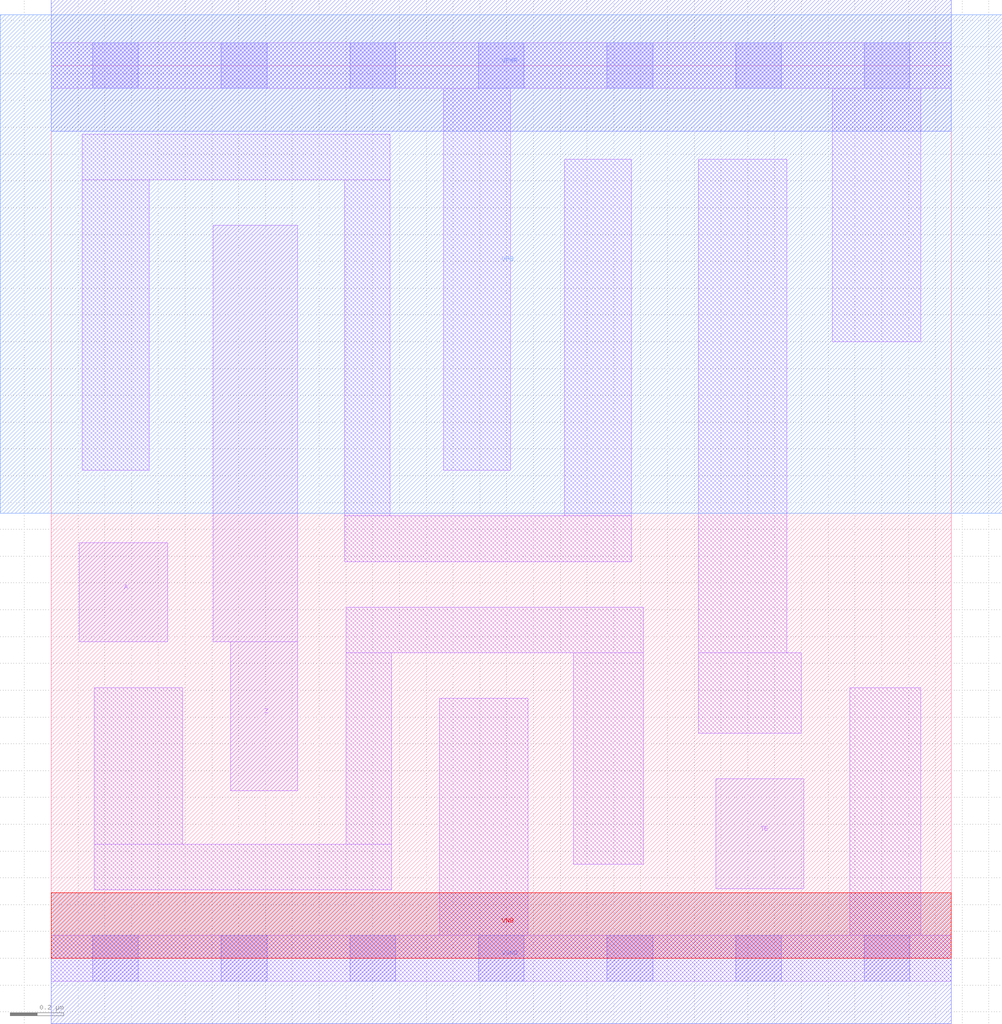
<source format=lef>
# Copyright 2020 The SkyWater PDK Authors
#
# Licensed under the Apache License, Version 2.0 (the "License");
# you may not use this file except in compliance with the License.
# You may obtain a copy of the License at
#
#     https://www.apache.org/licenses/LICENSE-2.0
#
# Unless required by applicable law or agreed to in writing, software
# distributed under the License is distributed on an "AS IS" BASIS,
# WITHOUT WARRANTIES OR CONDITIONS OF ANY KIND, either express or implied.
# See the License for the specific language governing permissions and
# limitations under the License.
#
# SPDX-License-Identifier: Apache-2.0

VERSION 5.7 ;
  NOWIREEXTENSIONATPIN ON ;
  DIVIDERCHAR "/" ;
  BUSBITCHARS "[]" ;
MACRO sky130_fd_sc_hs__einvp_2
  CLASS CORE ;
  FOREIGN sky130_fd_sc_hs__einvp_2 ;
  ORIGIN  0.000000  0.000000 ;
  SIZE  3.360000 BY  3.330000 ;
  SYMMETRY X Y ;
  SITE unit ;
  PIN A
    ANTENNAGATEAREA  0.558000 ;
    DIRECTION INPUT ;
    USE SIGNAL ;
    PORT
      LAYER li1 ;
        RECT 0.105000 1.180000 0.435000 1.550000 ;
    END
  END A
  PIN TE
    ANTENNAGATEAREA  0.381000 ;
    DIRECTION INPUT ;
    USE SIGNAL ;
    PORT
      LAYER li1 ;
        RECT 2.480000 0.260000 2.810000 0.670000 ;
    END
  END TE
  PIN Z
    ANTENNADIFFAREA  0.543200 ;
    DIRECTION OUTPUT ;
    USE SIGNAL ;
    PORT
      LAYER li1 ;
        RECT 0.605000 1.180000 0.920000 2.735000 ;
        RECT 0.670000 0.625000 0.920000 1.180000 ;
    END
  END Z
  PIN VGND
    DIRECTION INOUT ;
    USE GROUND ;
    PORT
      LAYER met1 ;
        RECT 0.000000 -0.245000 3.360000 0.245000 ;
    END
  END VGND
  PIN VNB
    DIRECTION INOUT ;
    USE GROUND ;
    PORT
      LAYER pwell ;
        RECT 0.000000 0.000000 3.360000 0.245000 ;
    END
  END VNB
  PIN VPB
    DIRECTION INOUT ;
    USE POWER ;
    PORT
      LAYER nwell ;
        RECT -0.190000 1.660000 3.550000 3.520000 ;
    END
  END VPB
  PIN VPWR
    DIRECTION INOUT ;
    USE POWER ;
    PORT
      LAYER met1 ;
        RECT 0.000000 3.085000 3.360000 3.575000 ;
    END
  END VPWR
  OBS
    LAYER li1 ;
      RECT 0.000000 -0.085000 3.360000 0.085000 ;
      RECT 0.000000  3.245000 3.360000 3.415000 ;
      RECT 0.115000  1.820000 0.365000 2.905000 ;
      RECT 0.115000  2.905000 1.265000 3.075000 ;
      RECT 0.160000  0.255000 1.270000 0.425000 ;
      RECT 0.160000  0.425000 0.490000 1.010000 ;
      RECT 1.095000  1.480000 2.165000 1.650000 ;
      RECT 1.095000  1.650000 1.265000 2.905000 ;
      RECT 1.100000  0.425000 1.270000 1.140000 ;
      RECT 1.100000  1.140000 2.210000 1.310000 ;
      RECT 1.450000  0.085000 1.780000 0.970000 ;
      RECT 1.465000  1.820000 1.715000 3.245000 ;
      RECT 1.915000  1.650000 2.165000 2.980000 ;
      RECT 1.950000  0.350000 2.210000 1.140000 ;
      RECT 2.415000  0.840000 2.800000 1.140000 ;
      RECT 2.415000  1.140000 2.745000 2.980000 ;
      RECT 2.915000  2.300000 3.245000 3.245000 ;
      RECT 2.980000  0.085000 3.245000 1.010000 ;
    LAYER mcon ;
      RECT 0.155000 -0.085000 0.325000 0.085000 ;
      RECT 0.155000  3.245000 0.325000 3.415000 ;
      RECT 0.635000 -0.085000 0.805000 0.085000 ;
      RECT 0.635000  3.245000 0.805000 3.415000 ;
      RECT 1.115000 -0.085000 1.285000 0.085000 ;
      RECT 1.115000  3.245000 1.285000 3.415000 ;
      RECT 1.595000 -0.085000 1.765000 0.085000 ;
      RECT 1.595000  3.245000 1.765000 3.415000 ;
      RECT 2.075000 -0.085000 2.245000 0.085000 ;
      RECT 2.075000  3.245000 2.245000 3.415000 ;
      RECT 2.555000 -0.085000 2.725000 0.085000 ;
      RECT 2.555000  3.245000 2.725000 3.415000 ;
      RECT 3.035000 -0.085000 3.205000 0.085000 ;
      RECT 3.035000  3.245000 3.205000 3.415000 ;
  END
END sky130_fd_sc_hs__einvp_2
END LIBRARY

</source>
